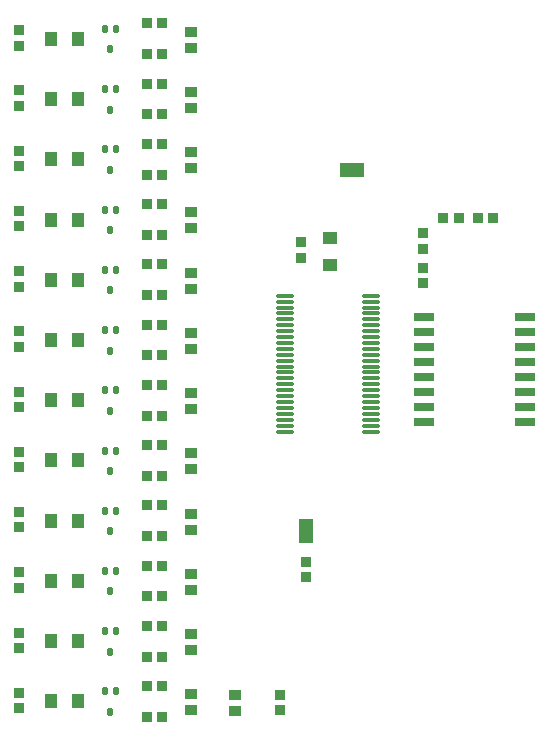
<source format=gbr>
%TF.GenerationSoftware,Altium Limited,Altium Designer,19.1.8 (144)*%
G04 Layer_Color=8421504*
%FSLAX26Y26*%
%MOIN*%
%TF.FileFunction,Paste,Top*%
%TF.Part,Single*%
G01*
G75*
%TA.AperFunction,SMDPad,CuDef*%
G04:AMPARAMS|DCode=10|XSize=19.685mil|YSize=29.528mil|CornerRadius=4.921mil|HoleSize=0mil|Usage=FLASHONLY|Rotation=0.000|XOffset=0mil|YOffset=0mil|HoleType=Round|Shape=RoundedRectangle|*
%AMROUNDEDRECTD10*
21,1,0.019685,0.019685,0,0,0.0*
21,1,0.009843,0.029528,0,0,0.0*
1,1,0.009842,0.004921,-0.009843*
1,1,0.009842,-0.004921,-0.009843*
1,1,0.009842,-0.004921,0.009843*
1,1,0.009842,0.004921,0.009843*
%
%ADD10ROUNDEDRECTD10*%
%ADD11R,0.033465X0.037402*%
%ADD12R,0.037402X0.033465*%
%ADD13R,0.065748X0.029921*%
%ADD14R,0.080709X0.045276*%
%ADD15R,0.051181X0.043307*%
%ADD16O,0.062992X0.013386*%
%ADD17R,0.045276X0.080709*%
%ADD18R,0.039370X0.035433*%
%ADD19R,0.043307X0.051181*%
D10*
X798682Y1411024D02*
D03*
X759312D02*
D03*
X778996Y1342914D02*
D03*
Y2346850D02*
D03*
X759312Y2414960D02*
D03*
X798682D02*
D03*
X778996Y2146064D02*
D03*
X759312Y2214174D02*
D03*
X798682D02*
D03*
X778996Y1945276D02*
D03*
X759312Y2013386D02*
D03*
X798682D02*
D03*
X778996Y1744488D02*
D03*
X759312Y1812598D02*
D03*
X798682D02*
D03*
X778996Y1543700D02*
D03*
X759312Y1611812D02*
D03*
X798682D02*
D03*
X778996Y1142126D02*
D03*
X759312Y1210236D02*
D03*
X798682D02*
D03*
X778996Y941338D02*
D03*
X759312Y1009448D02*
D03*
X798682D02*
D03*
X778996Y740552D02*
D03*
X759312Y808662D02*
D03*
X798682D02*
D03*
X778996Y539764D02*
D03*
X759312Y607874D02*
D03*
X798682D02*
D03*
X778996Y338976D02*
D03*
X759312Y407086D02*
D03*
X798682D02*
D03*
X778996Y138190D02*
D03*
X759312Y206300D02*
D03*
X798682D02*
D03*
D11*
X2002952Y1785434D02*
D03*
X2054134D02*
D03*
X1939960D02*
D03*
X1888780D02*
D03*
X899606Y2433070D02*
D03*
X950788D02*
D03*
X899606Y2330708D02*
D03*
X950788D02*
D03*
X899606Y2232284D02*
D03*
X950788D02*
D03*
X899606Y2129922D02*
D03*
X950788D02*
D03*
X899606Y2031496D02*
D03*
X950788D02*
D03*
X899606Y1929134D02*
D03*
X950788D02*
D03*
X899606Y1830708D02*
D03*
X950788D02*
D03*
X899606Y1728346D02*
D03*
X950788D02*
D03*
X899606Y1629922D02*
D03*
X950788D02*
D03*
X899606Y1527560D02*
D03*
X950788D02*
D03*
X899606Y1429134D02*
D03*
X950788D02*
D03*
X899606Y1326772D02*
D03*
X950788D02*
D03*
X899606Y1125984D02*
D03*
X950788D02*
D03*
X899606Y1228346D02*
D03*
X950788D02*
D03*
X899606Y1027560D02*
D03*
X950788D02*
D03*
X899606Y925196D02*
D03*
X950788D02*
D03*
X899606Y826772D02*
D03*
X950788D02*
D03*
X899606Y724410D02*
D03*
X950788D02*
D03*
X899606Y625984D02*
D03*
X950788D02*
D03*
X899606Y523622D02*
D03*
X950788D02*
D03*
X899606Y425196D02*
D03*
X950788D02*
D03*
X899606Y322834D02*
D03*
X950788D02*
D03*
X899606Y224410D02*
D03*
X950788D02*
D03*
X899606Y122048D02*
D03*
X950788D02*
D03*
D12*
X1821850Y1682086D02*
D03*
Y1733268D02*
D03*
Y1618110D02*
D03*
Y1566930D02*
D03*
X1415354Y1652560D02*
D03*
Y1703740D02*
D03*
X1432086Y586614D02*
D03*
Y637796D02*
D03*
X1342520Y143700D02*
D03*
Y194882D02*
D03*
X472894Y201772D02*
D03*
Y150590D02*
D03*
Y402560D02*
D03*
Y351378D02*
D03*
Y603346D02*
D03*
Y552166D02*
D03*
Y804134D02*
D03*
Y752952D02*
D03*
Y1004922D02*
D03*
Y953740D02*
D03*
Y1205708D02*
D03*
Y1154528D02*
D03*
Y1406496D02*
D03*
Y1355316D02*
D03*
Y1607284D02*
D03*
Y1556102D02*
D03*
Y1808070D02*
D03*
Y1756890D02*
D03*
Y2008858D02*
D03*
Y1957678D02*
D03*
Y2209646D02*
D03*
Y2158464D02*
D03*
Y2410434D02*
D03*
Y2359252D02*
D03*
D13*
X1825196Y1204528D02*
D03*
Y1454528D02*
D03*
X2161024D02*
D03*
X1825196Y1104528D02*
D03*
Y1154528D02*
D03*
Y1254528D02*
D03*
Y1304528D02*
D03*
Y1354528D02*
D03*
Y1404528D02*
D03*
X2161024D02*
D03*
Y1354528D02*
D03*
Y1304528D02*
D03*
Y1254528D02*
D03*
Y1204528D02*
D03*
Y1154528D02*
D03*
Y1104528D02*
D03*
D14*
X1584646Y1945866D02*
D03*
D15*
X1510826Y1717520D02*
D03*
Y1626968D02*
D03*
D16*
X1647638Y1407480D02*
D03*
X1360236Y1525590D02*
D03*
Y1505906D02*
D03*
Y1486220D02*
D03*
Y1466536D02*
D03*
Y1446850D02*
D03*
Y1427166D02*
D03*
Y1407480D02*
D03*
Y1387796D02*
D03*
Y1368110D02*
D03*
Y1348426D02*
D03*
Y1328740D02*
D03*
Y1309056D02*
D03*
Y1289370D02*
D03*
Y1269686D02*
D03*
Y1250000D02*
D03*
Y1230316D02*
D03*
Y1210630D02*
D03*
Y1190944D02*
D03*
Y1171260D02*
D03*
Y1151574D02*
D03*
Y1131890D02*
D03*
Y1112204D02*
D03*
Y1092520D02*
D03*
Y1072834D02*
D03*
X1647638Y1525590D02*
D03*
Y1505906D02*
D03*
Y1486220D02*
D03*
Y1466536D02*
D03*
Y1446850D02*
D03*
Y1427166D02*
D03*
Y1387796D02*
D03*
Y1368110D02*
D03*
Y1348426D02*
D03*
Y1328740D02*
D03*
Y1309056D02*
D03*
Y1289370D02*
D03*
Y1269686D02*
D03*
Y1250000D02*
D03*
Y1230316D02*
D03*
Y1210630D02*
D03*
Y1190944D02*
D03*
Y1171260D02*
D03*
Y1151574D02*
D03*
Y1131890D02*
D03*
Y1112204D02*
D03*
Y1092520D02*
D03*
Y1072834D02*
D03*
D17*
X1431102Y740158D02*
D03*
D18*
X1192914Y195866D02*
D03*
Y142716D02*
D03*
X1047696Y143700D02*
D03*
Y196850D02*
D03*
Y344488D02*
D03*
Y397638D02*
D03*
Y545276D02*
D03*
Y598426D02*
D03*
Y746064D02*
D03*
Y799212D02*
D03*
Y946850D02*
D03*
Y1000000D02*
D03*
Y1147638D02*
D03*
Y1200788D02*
D03*
Y1348426D02*
D03*
Y1401574D02*
D03*
Y1549212D02*
D03*
Y1602362D02*
D03*
Y1750000D02*
D03*
Y1803150D02*
D03*
Y1950788D02*
D03*
Y2003938D02*
D03*
Y2151574D02*
D03*
Y2204724D02*
D03*
Y2352362D02*
D03*
Y2405512D02*
D03*
D19*
X581162Y2381890D02*
D03*
X671712D02*
D03*
X581162Y2181102D02*
D03*
X671712D02*
D03*
X581162Y1980316D02*
D03*
X671712D02*
D03*
X581162Y1779528D02*
D03*
X671712D02*
D03*
X581162Y1578740D02*
D03*
X671712D02*
D03*
X581162Y1377952D02*
D03*
X671712D02*
D03*
X581162Y1177166D02*
D03*
X671712D02*
D03*
X581162Y976378D02*
D03*
X671712D02*
D03*
X581162Y775590D02*
D03*
X671712D02*
D03*
X581162Y574804D02*
D03*
X671712D02*
D03*
X581162Y374016D02*
D03*
X671712D02*
D03*
X581162Y173228D02*
D03*
X671712D02*
D03*
%TF.MD5,238a0fbd8b73dbd4cddcee4bc8342533*%
M02*

</source>
